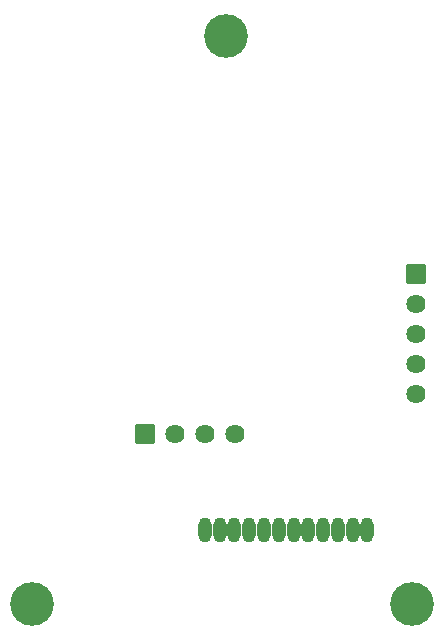
<source format=gts>
G04 Layer: TopSolderMaskLayer*
G04 EasyEDA v6.5.22, 2022-12-22 11:17:51*
G04 ce4e8ce13fa74190b801a80eed42a14c,57500b8d1a72451d9db585c8b3981418,10*
G04 Gerber Generator version 0.2*
G04 Scale: 100 percent, Rotated: No, Reflected: No *
G04 Dimensions in inches *
G04 leading zeros omitted , absolute positions ,3 integer and 6 decimal *
%FSLAX36Y36*%
%MOIN*%

%AMMACRO1*1,1,$1,$2,$3*1,1,$1,$4,$5*1,1,$1,0-$2,0-$3*1,1,$1,0-$4,0-$5*20,1,$1,$2,$3,$4,$5,0*20,1,$1,$4,$5,0-$2,0-$3,0*20,1,$1,0-$2,0-$3,0-$4,0-$5,0*20,1,$1,0-$4,0-$5,$2,$3,0*4,1,4,$2,$3,$4,$5,0-$2,0-$3,0-$4,0-$5,$2,$3,0*%
%ADD10MACRO1,0.004X-0.03X0.03X0.03X0.03*%
%ADD11C,0.0640*%
%ADD12O,0.04369X0.08337*%
%ADD13MACRO1,0.004X-0.03X-0.03X-0.03X0.03*%
%ADD14C,0.1457*%

%LPD*%
D10*
G01*
X1381890Y1185820D03*
D11*
G01*
X1381890Y1085820D03*
G01*
X1381890Y985819D03*
G01*
X1381890Y885819D03*
G01*
X1381890Y785830D03*
D12*
G01*
X679330Y329210D03*
G01*
X728540Y329210D03*
G01*
X777760Y329210D03*
G01*
X826970Y329210D03*
G01*
X876180Y329210D03*
G01*
X925390Y329210D03*
G01*
X974610Y329210D03*
G01*
X1023820Y329210D03*
G01*
X1073030Y329210D03*
G01*
X1122240Y329210D03*
G01*
X1171460Y329210D03*
G01*
X1220670Y329210D03*
D13*
G01*
X480000Y650010D03*
D11*
G01*
X580000Y650010D03*
G01*
X680000Y650000D03*
G01*
X780000Y650000D03*
D14*
G01*
X104330Y84650D03*
G01*
X1368500Y84650D03*
G01*
X748420Y1975980D03*
M02*

</source>
